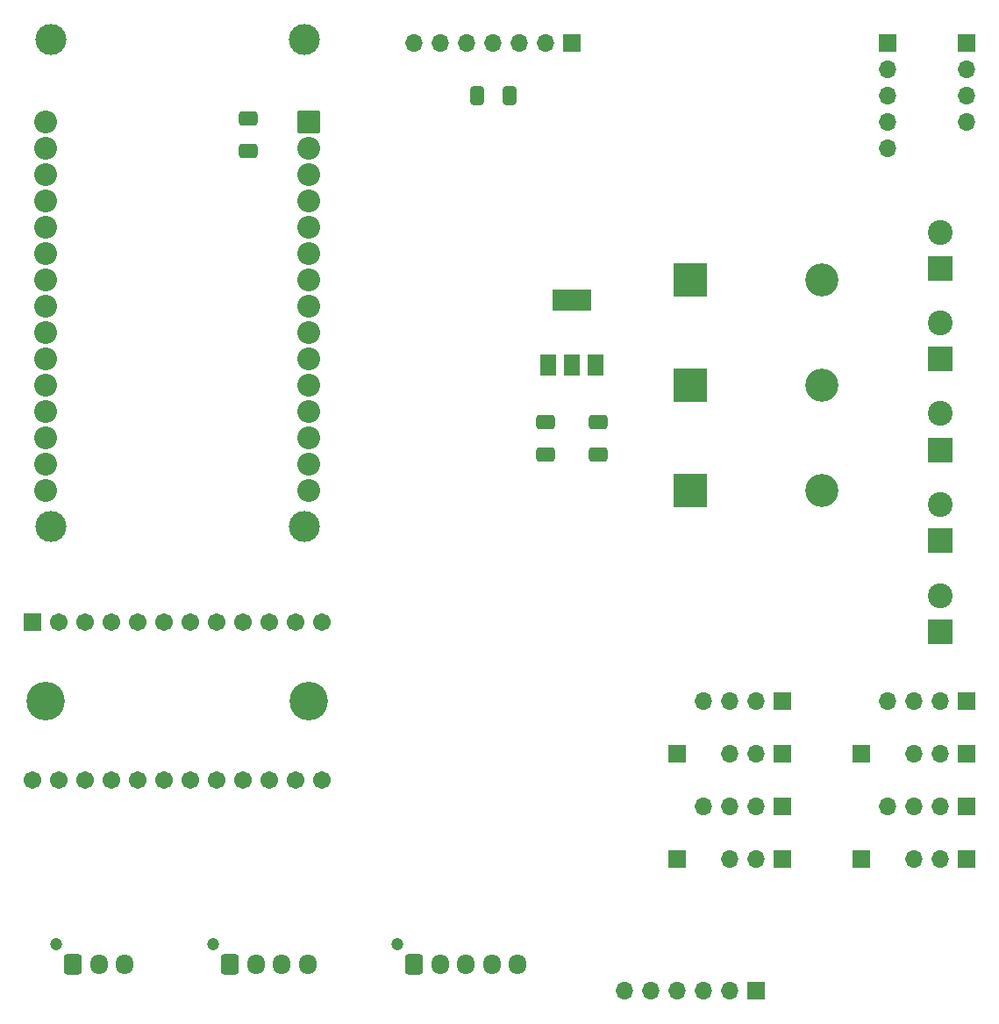
<source format=gbr>
%TF.GenerationSoftware,KiCad,Pcbnew,8.0.3*%
%TF.CreationDate,2024-07-01T16:32:00+02:00*%
%TF.ProjectId,weerstation-main,77656572-7374-4617-9469-6f6e2d6d6169,rev?*%
%TF.SameCoordinates,Original*%
%TF.FileFunction,Soldermask,Top*%
%TF.FilePolarity,Negative*%
%FSLAX46Y46*%
G04 Gerber Fmt 4.6, Leading zero omitted, Abs format (unit mm)*
G04 Created by KiCad (PCBNEW 8.0.3) date 2024-07-01 16:32:00*
%MOMM*%
%LPD*%
G01*
G04 APERTURE LIST*
G04 Aperture macros list*
%AMRoundRect*
0 Rectangle with rounded corners*
0 $1 Rounding radius*
0 $2 $3 $4 $5 $6 $7 $8 $9 X,Y pos of 4 corners*
0 Add a 4 corners polygon primitive as box body*
4,1,4,$2,$3,$4,$5,$6,$7,$8,$9,$2,$3,0*
0 Add four circle primitives for the rounded corners*
1,1,$1+$1,$2,$3*
1,1,$1+$1,$4,$5*
1,1,$1+$1,$6,$7*
1,1,$1+$1,$8,$9*
0 Add four rect primitives between the rounded corners*
20,1,$1+$1,$2,$3,$4,$5,0*
20,1,$1+$1,$4,$5,$6,$7,0*
20,1,$1+$1,$6,$7,$8,$9,0*
20,1,$1+$1,$8,$9,$2,$3,0*%
G04 Aperture macros list end*
%ADD10R,1.700000X1.700000*%
%ADD11O,1.700000X1.700000*%
%ADD12RoundRect,0.250000X-0.650000X0.412500X-0.650000X-0.412500X0.650000X-0.412500X0.650000X0.412500X0*%
%ADD13R,1.500000X2.000000*%
%ADD14R,3.800000X2.000000*%
%ADD15RoundRect,0.250000X-0.412500X-0.650000X0.412500X-0.650000X0.412500X0.650000X-0.412500X0.650000X0*%
%ADD16C,1.200000*%
%ADD17RoundRect,0.250000X-0.600000X-0.725000X0.600000X-0.725000X0.600000X0.725000X-0.600000X0.725000X0*%
%ADD18O,1.700000X1.950000*%
%ADD19R,3.200000X3.200000*%
%ADD20O,3.200000X3.200000*%
%ADD21R,2.400000X2.400000*%
%ADD22C,2.400000*%
%ADD23RoundRect,0.102000X-0.754000X0.754000X-0.754000X-0.754000X0.754000X-0.754000X0.754000X0.754000X0*%
%ADD24C,1.712000*%
%ADD25C,3.720000*%
%ADD26C,3.000000*%
%ADD27RoundRect,0.102000X1.000000X1.000000X-1.000000X1.000000X-1.000000X-1.000000X1.000000X-1.000000X0*%
%ADD28C,2.204000*%
G04 APERTURE END LIST*
D10*
%TO.C,J24*%
X101600000Y-17780000D03*
D11*
X101600000Y-20320000D03*
X101600000Y-22860000D03*
X101600000Y-25400000D03*
X101600000Y-27940000D03*
%TD*%
D10*
%TO.C,J23*%
X109220000Y-17780000D03*
D11*
X109220000Y-20320000D03*
X109220000Y-22860000D03*
X109220000Y-25400000D03*
%TD*%
D10*
%TO.C,J20*%
X91440000Y-86360000D03*
D11*
X88900000Y-86360000D03*
X86360000Y-86360000D03*
%TD*%
D10*
%TO.C,J19*%
X81280000Y-86360000D03*
%TD*%
%TO.C,J21*%
X91440000Y-81280000D03*
D11*
X88900000Y-81280000D03*
X86360000Y-81280000D03*
X83820000Y-81280000D03*
%TD*%
D10*
%TO.C,J17*%
X91440000Y-96520000D03*
D11*
X88900000Y-96520000D03*
X86360000Y-96520000D03*
%TD*%
D10*
%TO.C,J18*%
X91440000Y-91440000D03*
D11*
X88900000Y-91440000D03*
X86360000Y-91440000D03*
X83820000Y-91440000D03*
%TD*%
D10*
%TO.C,J22*%
X81280000Y-96520000D03*
%TD*%
%TO.C,J15*%
X99060000Y-96520000D03*
%TD*%
%TO.C,J14*%
X109220000Y-91440000D03*
D11*
X106680000Y-91440000D03*
X104140000Y-91440000D03*
X101600000Y-91440000D03*
%TD*%
%TO.C,J13*%
X104140000Y-96520000D03*
X106680000Y-96520000D03*
D10*
X109220000Y-96520000D03*
%TD*%
%TO.C,J12*%
X99060000Y-86360000D03*
%TD*%
%TO.C,J11*%
X109220000Y-81280000D03*
D11*
X106680000Y-81280000D03*
X104140000Y-81280000D03*
X101600000Y-81280000D03*
%TD*%
D10*
%TO.C,J6*%
X109220000Y-86360000D03*
D11*
X106680000Y-86360000D03*
X104140000Y-86360000D03*
%TD*%
D12*
%TO.C,C13*%
X68580000Y-54317500D03*
X68580000Y-57442500D03*
%TD*%
D13*
%TO.C,U2*%
X68820000Y-48870000D03*
X71120000Y-48870000D03*
D14*
X71120000Y-42570000D03*
D13*
X73420000Y-48870000D03*
%TD*%
D15*
%TO.C,C8*%
X61937500Y-22860000D03*
X65062500Y-22860000D03*
%TD*%
D12*
%TO.C,C14*%
X73660000Y-54317500D03*
X73660000Y-57442500D03*
%TD*%
%TO.C,C1*%
X39858886Y-25060000D03*
X39858886Y-28185000D03*
%TD*%
D16*
%TO.C,J2*%
X54280000Y-104680000D03*
D17*
X55880000Y-106680000D03*
D18*
X58380000Y-106680000D03*
X60880000Y-106680000D03*
X63380000Y-106680000D03*
X65880000Y-106680000D03*
%TD*%
D19*
%TO.C,D2*%
X82550000Y-50800000D03*
D20*
X95250000Y-50800000D03*
%TD*%
D10*
%TO.C,J4*%
X88900000Y-109220000D03*
D11*
X86360000Y-109220000D03*
X83820000Y-109220000D03*
X81280000Y-109220000D03*
X78740000Y-109220000D03*
X76200000Y-109220000D03*
%TD*%
D21*
%TO.C,J9*%
X106660314Y-57017180D03*
D22*
X106660314Y-53517180D03*
%TD*%
D19*
%TO.C,D3*%
X82550000Y-60960000D03*
D20*
X95250000Y-60960000D03*
%TD*%
D16*
%TO.C,J3*%
X36500000Y-104680000D03*
D17*
X38100000Y-106680000D03*
D18*
X40600000Y-106680000D03*
X43100000Y-106680000D03*
X45600000Y-106680000D03*
%TD*%
D21*
%TO.C,J10*%
X106680000Y-65776390D03*
D22*
X106680000Y-62276390D03*
%TD*%
D10*
%TO.C,J1*%
X71120000Y-17780000D03*
D11*
X68580000Y-17780000D03*
X66040000Y-17780000D03*
X63500000Y-17780000D03*
X60960000Y-17780000D03*
X58420000Y-17780000D03*
X55880000Y-17780000D03*
%TD*%
D23*
%TO.C,U3*%
X19050000Y-73660000D03*
D24*
X21590000Y-73660000D03*
X24130000Y-73660000D03*
X26670000Y-73660000D03*
X29210000Y-73660000D03*
X31750000Y-73660000D03*
X34290000Y-73660000D03*
X36830000Y-73660000D03*
X39370000Y-73660000D03*
X41910000Y-73660000D03*
X44450000Y-73660000D03*
X46990000Y-73660000D03*
X46990000Y-88900000D03*
X44450000Y-88900000D03*
X41910000Y-88900000D03*
X39370000Y-88900000D03*
X36830000Y-88900000D03*
X34290000Y-88900000D03*
X31750000Y-88900000D03*
X29210000Y-88900000D03*
X26670000Y-88900000D03*
X24130000Y-88900000D03*
X21590000Y-88900000D03*
X19050000Y-88900000D03*
D25*
X20320000Y-81280000D03*
X45720000Y-81280000D03*
%TD*%
D19*
%TO.C,D1*%
X82550000Y-40640000D03*
D20*
X95250000Y-40640000D03*
%TD*%
D16*
%TO.C,J16*%
X21340000Y-104680000D03*
D17*
X22940000Y-106680000D03*
D18*
X25440000Y-106680000D03*
X27940000Y-106680000D03*
%TD*%
D21*
%TO.C,J8*%
X106680000Y-48260000D03*
D22*
X106680000Y-44760000D03*
%TD*%
D21*
%TO.C,J5*%
X106680000Y-74620000D03*
D22*
X106680000Y-71120000D03*
%TD*%
D26*
%TO.C,U1*%
X45300000Y-64390000D03*
X45300000Y-17440000D03*
X20790000Y-64390000D03*
X20790000Y-17440000D03*
D27*
X45720000Y-25400000D03*
D28*
X45720000Y-27940000D03*
X45720000Y-30480000D03*
X45720000Y-33020000D03*
X45720000Y-35560000D03*
X45720000Y-38100000D03*
X45720000Y-40640000D03*
X45720000Y-43180000D03*
X45720000Y-45720000D03*
X45720000Y-48260000D03*
X45720000Y-50800000D03*
X45720000Y-53340000D03*
X45720000Y-55880000D03*
X45720000Y-58420000D03*
X45720000Y-60960000D03*
X20320000Y-60960000D03*
X20320000Y-58420000D03*
X20320000Y-55880000D03*
X20320000Y-53340000D03*
X20320000Y-50800000D03*
X20320000Y-48260000D03*
X20320000Y-45720000D03*
X20320000Y-43180000D03*
X20320000Y-40640000D03*
X20320000Y-38100000D03*
X20320000Y-35560000D03*
X20320000Y-33020000D03*
X20320000Y-30480000D03*
X20320000Y-27940000D03*
X20320000Y-25400000D03*
%TD*%
D21*
%TO.C,J7*%
X106680000Y-39537543D03*
D22*
X106680000Y-36037543D03*
%TD*%
M02*

</source>
